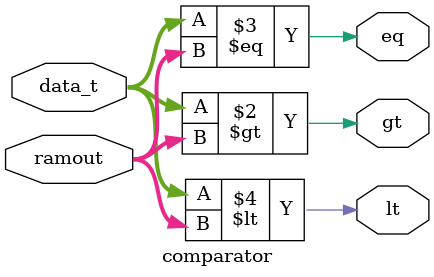
<source format=sv>



// `timescale 1ns / 1ps

module comparator (
    input  logic [7:0] data_t,   // expected pattern from decoder
    input  logic [7:0] ramout,   // data returned by SRAM
    output logic       gt,       // data_t > ramout
    output logic       eq,       // data_t == ramout
    output logic       lt        // data_t < ramout
);

    // ---------------------------------------------------------------------
    // Combinational compare
    // ---------------------------------------------------------------------
    always_comb begin
        gt = (data_t > ramout);
        eq = (data_t == ramout);
        lt = (data_t < ramout);
    end

    // Optional formal assertion: exactly one flag is high
endmodule
</source>
